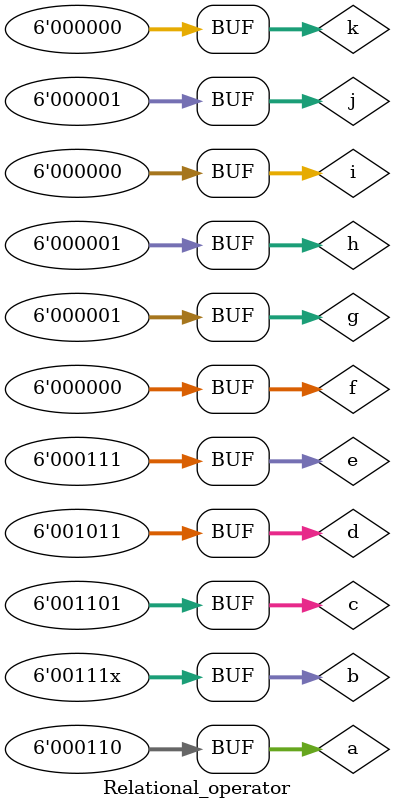
<source format=sv>
module  Relational_operator();
  reg signed [5:0] a,b,c,d,e,f,g,h,i,j,k;
  
  
  initial 
    
    begin 
  
      a=4'b0110;
      b=4'b111x;
      c=4'b1101;
      d=4'b1011;
      e=4'b0111;
      
      f = &a;
      g = |d;
      h = ~&e;
      i = ~|b;
      j = ^e;
      k = ~^c;
      $monitor("a=%b,b=%b,c=%b,d=%b,e=%b,f=%b,g=%b,h=%b,i=%b,j=%b,k=%b",a,b,c,d,e,f,g,h,i,j,k);
    
    end 
       
  initial 
    begin 
      
      $dumpfile("dump.vcd");
      $dumpvars();
      
    end 
  
  
endmodule



</source>
